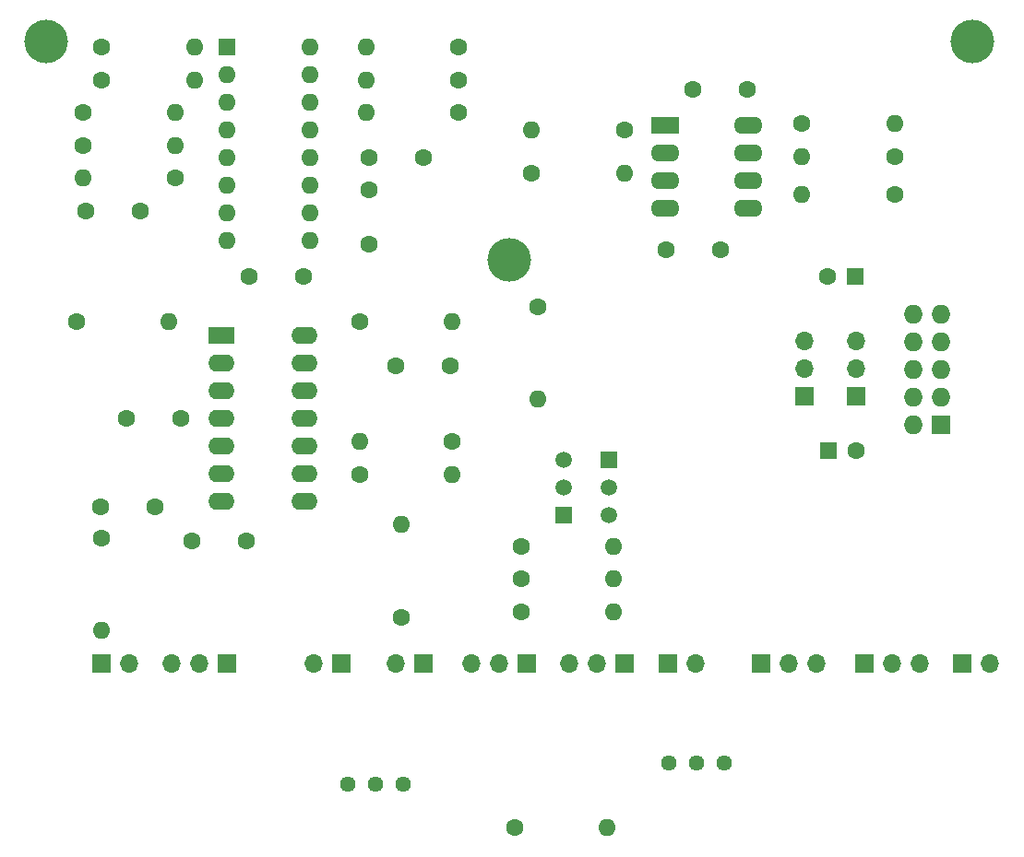
<source format=gbr>
G04 #@! TF.GenerationSoftware,KiCad,Pcbnew,7.0.2*
G04 #@! TF.CreationDate,2024-01-15T15:27:13-05:00*
G04 #@! TF.ProjectId,4 VCF FINAL,34205643-4620-4464-994e-414c2e6b6963,rev?*
G04 #@! TF.SameCoordinates,Original*
G04 #@! TF.FileFunction,Soldermask,Top*
G04 #@! TF.FilePolarity,Negative*
%FSLAX46Y46*%
G04 Gerber Fmt 4.6, Leading zero omitted, Abs format (unit mm)*
G04 Created by KiCad (PCBNEW 7.0.2) date 2024-01-15 15:27:13*
%MOMM*%
%LPD*%
G01*
G04 APERTURE LIST*
%ADD10C,1.440000*%
%ADD11C,1.600000*%
%ADD12O,1.600000X1.600000*%
%ADD13R,1.700000X1.700000*%
%ADD14O,1.700000X1.700000*%
%ADD15R,2.640000X1.600000*%
%ADD16O,2.640000X1.600000*%
%ADD17R,1.727200X1.727200*%
%ADD18O,1.727200X1.727200*%
%ADD19R,1.600000X1.600000*%
%ADD20R,1.500000X1.500000*%
%ADD21C,1.500000*%
%ADD22R,2.400000X1.600000*%
%ADD23O,2.400000X1.600000*%
%ADD24C,4.000000*%
G04 APERTURE END LIST*
D10*
X149100000Y-141100000D03*
X146560000Y-141100000D03*
X144020000Y-141100000D03*
D11*
X91975000Y-120475000D03*
D12*
X91975000Y-128975000D03*
D11*
X164725000Y-88895000D03*
D12*
X156225000Y-88895000D03*
D11*
X99225000Y-109475000D03*
X94225000Y-109475000D03*
X131415000Y-86995000D03*
D12*
X139915000Y-86995000D03*
D11*
X164725000Y-85395000D03*
D12*
X156225000Y-85395000D03*
D13*
X156475000Y-107475000D03*
D14*
X156475000Y-104935000D03*
X156475000Y-102395000D03*
D13*
X103475000Y-131975000D03*
D14*
X100935000Y-131975000D03*
X98395000Y-131975000D03*
D13*
X143975000Y-131975000D03*
D14*
X146515000Y-131975000D03*
D11*
X95475000Y-90395000D03*
X90475000Y-90395000D03*
X116475000Y-93475000D03*
X116475000Y-88475000D03*
D13*
X161975000Y-131975000D03*
D14*
X164515000Y-131975000D03*
X167055000Y-131975000D03*
D13*
X130975000Y-131975000D03*
D14*
X128435000Y-131975000D03*
X125895000Y-131975000D03*
D11*
X115625000Y-114620000D03*
D12*
X124125000Y-114620000D03*
D11*
X124125000Y-111620000D03*
D12*
X115625000Y-111620000D03*
D11*
X100225000Y-120725000D03*
X105225000Y-120725000D03*
X123975000Y-104620000D03*
X118975000Y-104620000D03*
X98725000Y-87395000D03*
D12*
X90225000Y-87395000D03*
D13*
X121475000Y-131975000D03*
D14*
X118935000Y-131975000D03*
D11*
X129850000Y-147100000D03*
D12*
X138350000Y-147100000D03*
D13*
X161205000Y-107475000D03*
D14*
X161205000Y-104935000D03*
X161205000Y-102395000D03*
D15*
X143665000Y-82585000D03*
D16*
X143665000Y-85125000D03*
X143665000Y-87665000D03*
X143665000Y-90205000D03*
X151285000Y-90205000D03*
X151285000Y-87665000D03*
X151285000Y-85125000D03*
X151285000Y-82585000D03*
D13*
X91975000Y-131975000D03*
D14*
X94515000Y-131975000D03*
D11*
X91975000Y-78395000D03*
D12*
X100475000Y-78395000D03*
D11*
X90225000Y-84395000D03*
D12*
X98725000Y-84395000D03*
D11*
X131975000Y-99225000D03*
D12*
X131975000Y-107725000D03*
D13*
X139975000Y-131975000D03*
D14*
X137435000Y-131975000D03*
X134895000Y-131975000D03*
D11*
X90225000Y-81395000D03*
D12*
X98725000Y-81395000D03*
D17*
X168975000Y-110055000D03*
D18*
X166435000Y-110055000D03*
X168975000Y-107515000D03*
X166435000Y-107515000D03*
X168975000Y-104975000D03*
X166435000Y-104975000D03*
X168975000Y-102435000D03*
X166435000Y-102435000D03*
X168975000Y-99895000D03*
X166435000Y-99895000D03*
D19*
X103475000Y-75395000D03*
D12*
X103475000Y-77935000D03*
X103475000Y-80475000D03*
X103475000Y-83015000D03*
X103475000Y-85555000D03*
X103475000Y-88095000D03*
X103475000Y-90635000D03*
X103475000Y-93175000D03*
X111095000Y-93175000D03*
X111095000Y-90635000D03*
X111095000Y-88095000D03*
X111095000Y-85555000D03*
X111095000Y-83015000D03*
X111095000Y-80475000D03*
X111095000Y-77935000D03*
X111095000Y-75395000D03*
D11*
X139915000Y-82995000D03*
D12*
X131415000Y-82995000D03*
D11*
X124725000Y-78395000D03*
D12*
X116225000Y-78395000D03*
D11*
X119475000Y-127725000D03*
D12*
X119475000Y-119225000D03*
D10*
X119640000Y-143100000D03*
X117100000Y-143100000D03*
X114560000Y-143100000D03*
D11*
X110475000Y-96475000D03*
X105475000Y-96475000D03*
D13*
X170975000Y-131975000D03*
D14*
X173515000Y-131975000D03*
D11*
X148725000Y-93975000D03*
X143725000Y-93975000D03*
X124725000Y-75395000D03*
D12*
X116225000Y-75395000D03*
D13*
X113975000Y-131975000D03*
D14*
X111435000Y-131975000D03*
D20*
X134350000Y-118390000D03*
D21*
X134350000Y-115850000D03*
X134350000Y-113310000D03*
D22*
X102975000Y-101895000D03*
D23*
X102975000Y-104435000D03*
X102975000Y-106975000D03*
X102975000Y-109515000D03*
X102975000Y-112055000D03*
X102975000Y-114595000D03*
X102975000Y-117135000D03*
X110595000Y-117135000D03*
X110595000Y-114595000D03*
X110595000Y-112055000D03*
X110595000Y-109515000D03*
X110595000Y-106975000D03*
X110595000Y-104435000D03*
X110595000Y-101895000D03*
D24*
X86875000Y-74875000D03*
D19*
X158705000Y-112475000D03*
D11*
X161205000Y-112475000D03*
D20*
X138490000Y-113310000D03*
D21*
X138490000Y-115850000D03*
X138490000Y-118390000D03*
D11*
X96875000Y-117620000D03*
X91875000Y-117620000D03*
X115625000Y-100620000D03*
D12*
X124125000Y-100620000D03*
D13*
X152475000Y-131975000D03*
D14*
X155015000Y-131975000D03*
X157555000Y-131975000D03*
D11*
X91975000Y-75395000D03*
D12*
X100475000Y-75395000D03*
D11*
X130475000Y-121225000D03*
D12*
X138975000Y-121225000D03*
D11*
X151225000Y-79225000D03*
X146225000Y-79225000D03*
D19*
X161115225Y-96475000D03*
D11*
X158615225Y-96475000D03*
X116475000Y-85475000D03*
X121475000Y-85475000D03*
X156225000Y-82395000D03*
D12*
X164725000Y-82395000D03*
D11*
X89625000Y-100620000D03*
D12*
X98125000Y-100620000D03*
D11*
X130475000Y-127225000D03*
D12*
X138975000Y-127225000D03*
D24*
X171875000Y-74875000D03*
D11*
X124725000Y-81395000D03*
D12*
X116225000Y-81395000D03*
D11*
X130475000Y-124225000D03*
D12*
X138975000Y-124225000D03*
D24*
X129375000Y-94875000D03*
M02*

</source>
